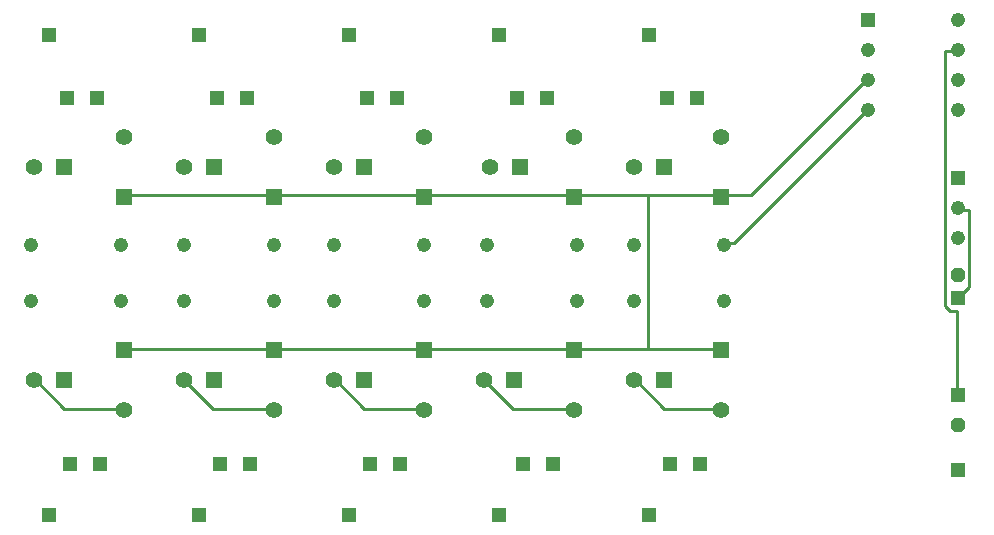
<source format=gbl>
G75*
G70*
%OFA0B0*%
%FSLAX24Y24*%
%IPPOS*%
%LPD*%
%AMOC8*
5,1,8,0,0,1.08239X$1,22.5*
%
%ADD10C,0.0476*%
%ADD11R,0.0476X0.0476*%
%ADD12C,0.0554*%
%ADD13R,0.0554X0.0554*%
%ADD14OC8,0.0476*%
%ADD15C,0.0100*%
D10*
X001701Y009151D03*
X004701Y009151D03*
X006801Y009151D03*
X009801Y009151D03*
X011801Y009151D03*
X011801Y011001D03*
X009801Y011001D03*
X006801Y011001D03*
X004701Y011001D03*
X001701Y011001D03*
X014801Y011001D03*
X016901Y011001D03*
X016901Y009151D03*
X014801Y009151D03*
X019901Y009151D03*
X021801Y009151D03*
X021801Y011001D03*
X019901Y011001D03*
X024801Y011001D03*
X024801Y009151D03*
X032601Y011251D03*
X032601Y012251D03*
X032601Y015501D03*
X032601Y016501D03*
X032601Y017501D03*
X032601Y018501D03*
X029601Y017501D03*
X029601Y016501D03*
X029601Y015501D03*
D11*
X002301Y002001D03*
X003001Y003701D03*
X004001Y003701D03*
X007301Y002001D03*
X008001Y003701D03*
X009001Y003701D03*
X012301Y002001D03*
X013001Y003701D03*
X014001Y003701D03*
X017301Y002001D03*
X018101Y003701D03*
X019101Y003701D03*
X022301Y002001D03*
X023001Y003701D03*
X024001Y003701D03*
X032601Y003501D03*
X032601Y006001D03*
X032601Y009251D03*
X032601Y013251D03*
X029601Y018501D03*
X023901Y015901D03*
X022901Y015901D03*
X022301Y018001D03*
X018901Y015901D03*
X017901Y015901D03*
X017301Y018001D03*
X013901Y015901D03*
X012901Y015901D03*
X012301Y018001D03*
X008901Y015901D03*
X007901Y015901D03*
X007301Y018001D03*
X003901Y015901D03*
X002901Y015901D03*
X002301Y018001D03*
D12*
X004801Y014601D03*
X006801Y013601D03*
X009801Y014601D03*
X011801Y013601D03*
X014801Y014601D03*
X017001Y013601D03*
X019801Y014601D03*
X021801Y013601D03*
X024701Y014601D03*
X021801Y006501D03*
X019801Y005501D03*
X016801Y006501D03*
X014801Y005501D03*
X011801Y006501D03*
X009801Y005501D03*
X006801Y006501D03*
X004801Y005501D03*
X001801Y006501D03*
X001801Y013601D03*
X024701Y005501D03*
D13*
X022801Y006501D03*
X024701Y007501D03*
X019801Y007501D03*
X017801Y006501D03*
X014801Y007501D03*
X012801Y006501D03*
X009801Y007501D03*
X007801Y006501D03*
X004801Y007501D03*
X002801Y006501D03*
X004801Y012601D03*
X002801Y013601D03*
X007801Y013601D03*
X009801Y012601D03*
X012801Y013601D03*
X014801Y012601D03*
X018001Y013601D03*
X019801Y012601D03*
X022801Y013601D03*
X024701Y012601D03*
D14*
X032601Y010001D03*
X032601Y005001D03*
D15*
X032601Y006001D02*
X032581Y006021D01*
X032581Y008821D01*
X032341Y008821D01*
X032181Y008981D01*
X032181Y017461D01*
X032581Y017461D01*
X032601Y017501D01*
X029601Y016501D02*
X029541Y016501D01*
X025701Y012661D01*
X024741Y012661D01*
X024701Y012601D01*
X024661Y012661D01*
X022261Y012661D01*
X022261Y007541D01*
X019861Y007541D01*
X019801Y007501D01*
X019781Y007541D01*
X014821Y007541D01*
X014801Y007501D01*
X014741Y007541D01*
X009861Y007541D01*
X009801Y007501D01*
X009781Y007541D01*
X004821Y007541D01*
X004801Y007501D01*
X006801Y006501D02*
X006821Y006501D01*
X007781Y005541D01*
X009781Y005541D01*
X009801Y005501D01*
X011801Y006501D02*
X011861Y006501D01*
X012821Y005541D01*
X014741Y005541D01*
X014801Y005501D01*
X016801Y006501D02*
X016821Y006501D01*
X017781Y005541D01*
X019781Y005541D01*
X019801Y005501D01*
X021801Y006501D02*
X021861Y006501D01*
X022821Y005541D01*
X024661Y005541D01*
X024701Y005501D01*
X024701Y007501D02*
X024661Y007541D01*
X022261Y007541D01*
X024801Y011001D02*
X024821Y011061D01*
X025141Y011061D01*
X029541Y015461D01*
X029601Y015501D01*
X032601Y012251D02*
X032661Y012181D01*
X032981Y012181D01*
X032981Y009621D01*
X032661Y009301D01*
X032601Y009251D01*
X022261Y012661D02*
X019861Y012661D01*
X019801Y012601D01*
X019781Y012661D01*
X014821Y012661D01*
X014801Y012601D01*
X014741Y012661D01*
X009861Y012661D01*
X009801Y012601D01*
X009781Y012661D01*
X004821Y012661D01*
X004801Y012601D01*
X001861Y006501D02*
X001801Y006501D01*
X001861Y006501D02*
X002821Y005541D01*
X004741Y005541D01*
X004801Y005501D01*
M02*

</source>
